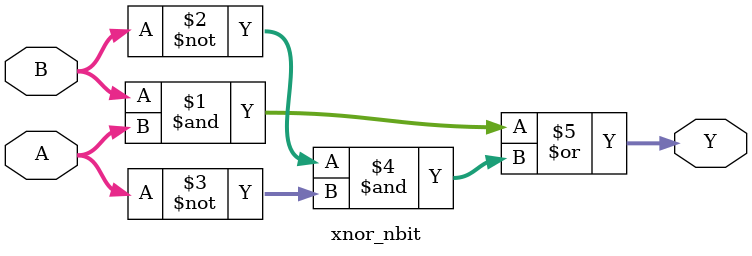
<source format=v>

module xnor_nbit #(
    parameter WIDTH = 32
) (
    input [WIDTH-1:0] A,
    input [WIDTH-1:0] B,
    output [WIDTH-1:0] Y
);
    assign Y = (B & A) | (~B & ~A);

endmodule

</source>
